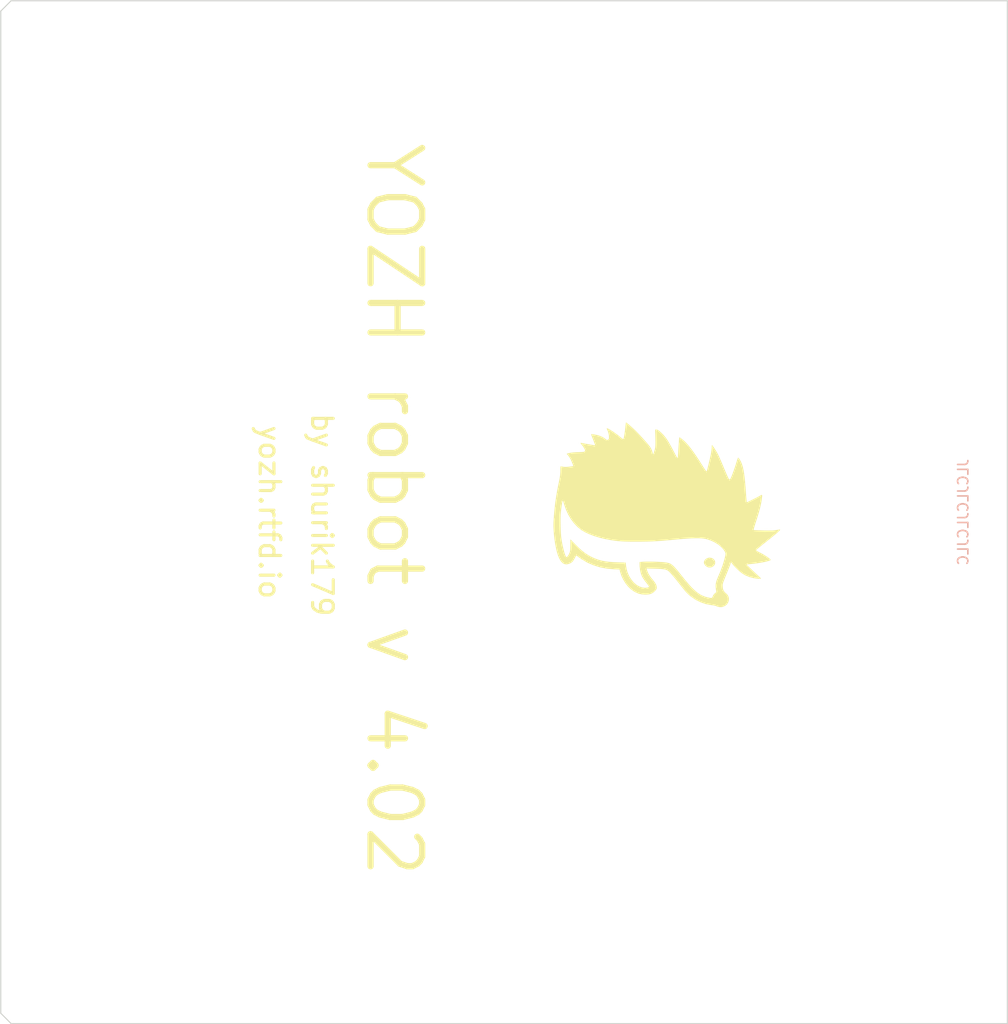
<source format=kicad_pcb>
(kicad_pcb (version 20221018) (generator pcbnew)
  (layers (0 "F.Cu" signal) (31 "B.Cu" signal) (34 "B.Paste" user) (35 "F.Paste" user) (36 "B.SilkS" user "B.Silkscreen") (37 "F.SilkS" user "F.Silkscreen") (38 "B.Mask" user) (39 "F.Mask" user) (44 "Edge.Cuts" user))
  (net 0 "")
  (footprint "MountingHole:MountingHole_3.2mm_M3" (layer "F.Cu") (at 90.524 63.18)
    (fp_text reference "REF**" hide)
    (fp_text value "MountingHole_3.2mm_M3" hide)
    (pad "" np_thru_hole circle locked (at 0 0) (size 3.2 3.2) (drill 3.2) (layers "*.Cu" "*.Mask"))
  )
  (footprint "MountingHole:MountingHole_3.2mm_M3" (layer "F.Cu") (at 112.014 134.37997)
    (fp_text reference "REF**" hide)
    (fp_text value "MountingHole_3.2mm_M3" hide)
    (pad "" np_thru_hole circle (at 0 0) (size 3.2 3.2) (drill 3.2) (layers "F&B.Cu" "*.Mask"))
  )
  (footprint "MountingHole:MountingHole_3.2mm_M3" (layer "F.Cu") (at 90.524 150.18)
    (fp_text reference "REF**" hide)
    (fp_text value "MountingHole_3.2mm_M3" hide)
    (pad "" np_thru_hole circle (at 0 0) (size 3.2 3.2) (drill 3.2) (layers "*.Cu" "*.Mask"))
  )
  (footprint "MountingHole:MountingHole_3.2mm_M3" (layer "F.Cu") (at 158.024 66.68)
    (fp_text reference "REF**" hide)
    (fp_text value "MountingHole_3.2mm_M3" hide)
    (pad "" np_thru_hole circle locked (at 0 0) (size 3.2 3.2) (drill 3.2) (layers "*.Cu" "*.Mask"))
  )
  (footprint "MountingHole:MountingHole_3.2mm_M3" (layer "F.Cu") (at 69.524 63.18)
    (fp_text reference "REF**" hide)
    (fp_text value "MountingHole_3.2mm_M3" hide)
    (pad "" np_thru_hole circle locked (at 0 0) (size 3.2 3.2) (drill 3.2) (layers "*.Cu" "*.Mask"))
  )
  (footprint "MountingHole:MountingHole_3.2mm_M3" (layer "F.Cu") (at 112.014 78.98003)
    (fp_text reference "REF**" hide)
    (fp_text value "MountingHole_3.2mm_M3" hide)
    (pad "" np_thru_hole circle (at 0 0) (size 3.2 3.2) (drill 3.2) (layers "F&B.Cu" "*.Mask"))
  )
  (footprint "MountingHole:MountingHole_3.2mm_M3" (layer "F.Cu") (at 69.524 150.18)
    (fp_text reference "REF**" hide)
    (fp_text value "MountingHole_3.2mm_M3" hide)
    (pad "" np_thru_hole circle locked (at 0 0) (size 3.2 3.2) (drill 3.2) (layers "*.Cu" "*.Mask"))
  )
  (footprint "shurik-personal:hedgehog2" (layer "F.Cu") (at 129.479845 105.991303 -90)
    (fp_text reference "G***" (at 0 0 90) (layer "F.SilkS") (effects (font (size 1.524 1.524) (thickness 0.3))))
    (fp_text value "LOGO" hide)
    (fp_poly (pts (xy 5.771441 -4.694333) (xy 5.863676 -4.628864) (xy 5.986837 -4.475912) (xy 6.045995 -4.300844) (xy 6.043383 -4.118678) (xy 5.98123 -3.944436) (xy 5.861769 -3.793138) (xy 5.725428 -3.698186) (xy 5.603503 -3.652812) (xy 5.487661 -3.65837) (xy 5.360666 -3.70846) (xy 5.239423 -3.805633) (xy 5.145481 -3.951643) (xy 5.093448 -4.120461) (xy 5.087593 -4.195073) (xy 5.116502 -4.392463) (xy 5.195298 -4.553046) (xy 5.312085 -4.670174) (xy 5.454968 -4.737197) (xy 5.612052 -4.747466)) (fill solid) (layer "F.SilkS"))
    (fp_poly (pts (xy 2.411657 -11.028317) (xy 2.493383 -10.954805) (xy 2.616815 -10.823644) (xy 2.780382 -10.636646) (xy 2.982511 -10.395622) (xy 3.221631 -10.102386) (xy 3.49617 -9.758749) (xy 3.594621 -9.634155) (xy 3.777211 -9.403824) (xy 3.945588 -9.193949) (xy 4.093854 -9.011686) (xy 4.216111 -8.864186) (xy 4.306463 -8.758604) (xy 4.359012 -8.702092) (xy 4.369354 -8.694469) (xy 4.39945 -8.726319) (xy 4.45382 -8.812327) (xy 4.523907 -8.938184) (xy 4.579407 -9.045665) (xy 4.735273 -9.338095) (xy 4.899928 -9.614031) (xy 5.061409 -9.854401) (xy 5.191653 -10.021673) (xy 5.261622 -10.099667) (xy 5.301263 -10.125418) (xy 5.328691 -10.105158) (xy 5.346117 -10.074824) (xy 5.401005 -9.940082) (xy 5.45844 -9.741311) (xy 5.516225 -9.490267) (xy 5.572161 -9.198707) (xy 5.62405 -8.878388) (xy 5.669692 -8.541065) (xy 5.70689 -8.198495) (xy 5.716072 -8.096487) (xy 5.730993 -7.95316) (xy 5.747416 -7.844303) (xy 5.762484 -7.787551) (xy 5.766805 -7.783258) (xy 5.798041 -7.810025) (xy 5.873343 -7.885321) (xy 5.98553 -8.001638) (xy 6.127424 -8.15147) (xy 6.291844 -8.32731) (xy 6.435818 -8.482795) (xy 6.613441 -8.674348) (xy 6.77461 -8.846111) (xy 6.912085 -8.990534) (xy 7.018624 -9.100064) (xy 7.086987 -9.16715) (xy 7.109342 -9.185187) (xy 7.129464 -9.152903) (xy 7.137062 -9.060482) (xy 7.132785 -8.922569) (xy 7.117279 -8.75381) (xy 7.091193 -8.568851) (xy 7.079007 -8.499336) (xy 6.968199 -8.059833) (xy 6.805523 -7.667205) (xy 6.642556 -7.389939) (xy 6.529233 -7.239757) (xy 6.373536 -7.059036) (xy 6.192134 -6.864986) (xy 6.001695 -6.674815) (xy 5.818888 -6.505735) (xy 5.660382 -6.374954) (xy 5.6571 -6.372492) (xy 5.524215 -6.2731) (xy 5.677765 -6.23151) (xy 5.75867 -6.204793) (xy 5.896694 -6.153991) (xy 6.078821 -6.084119) (xy 6.292034 -6.000191) (xy 6.523314 -5.907222) (xy 6.588975 -5.880483) (xy 6.879864 -5.761713) (xy 7.109666 -5.668418) (xy 7.28765 -5.59751) (xy 7.423087 -5.5459) (xy 7.525245 -5.510498) (xy 7.603394 -5.488217) (xy 7.666804 -5.475965) (xy 7.724744 -5.470655) (xy 7.786484 -5.469198) (xy 7.823954 -5.468931) (xy 8.08681 -5.491516) (xy 8.29627 -5.565121) (xy 8.456842 -5.691637) (xy 8.507451 -5.756113) (xy 8.661976 -5.922936) (xy 8.844066 -6.027724) (xy 9.041781 -6.073295) (xy 9.24318 -6.062462) (xy 9.436326 -5.998041) (xy 9.609276 -5.882847) (xy 9.750093 -5.719696) (xy 9.846836 -5.511402) (xy 9.86654 -5.435652) (xy 9.882933 -5.240534) (xy 9.857659 -5.040266) (xy 9.795729 -4.868352) (xy 9.776874 -4.836416) (xy 9.750837 -4.765788) (xy 9.722584 -4.639735) (xy 9.696177 -4.478508) (xy 9.681642 -4.361827) (xy 9.588391 -3.85082) (xy 9.423147 -3.353668) (xy 9.189701 -2.879419) (xy 8.891843 -2.437119) (xy 8.856775 -2.392636) (xy 8.731926 -2.241663) (xy 8.608005 -2.104459) (xy 8.473835 -1.970759) (xy 8.31824 -1.830299) (xy 8.130044 -1.672817) (xy 7.898071 -1.488048) (xy 7.726308 -1.354471) (xy 7.459021 -1.144818) (xy 7.198608 -0.934821) (xy 6.955669 -0.733415) (xy 6.740806 -0.549539) (xy 6.564619 -0.392127) (xy 6.437708 -0.270116) (xy 6.427839 -0.259897) (xy 6.353694 -0.16932) (xy 6.294768 -0.06336) (xy 6.249164 0.06773) (xy 6.214984 0.233697) (xy 6.190329 0.444288) (xy 6.173302 0.709249) (xy 6.162005 1.038328) (xy 6.16023 1.114333) (xy 6.142879 1.905946) (xy 6.232202 1.878484) (xy 6.45818 1.79981) (xy 6.661245 1.70625) (xy 6.859958 1.586791) (xy 7.072881 1.43042) (xy 7.289686 1.251011) (xy 7.528085 1.070042) (xy 7.742642 0.957829) (xy 7.937243 0.912441) (xy 7.973208 0.911211) (xy 8.069439 0.919528) (xy 8.152323 0.952888) (xy 8.246694 1.023903) (xy 8.312341 1.083439) (xy 8.467929 1.251727) (xy 8.574303 1.427329) (xy 8.638318 1.62842) (xy 8.66683 1.873174) (xy 8.669872 2.031241) (xy 8.645129 2.379468) (xy 8.570496 2.696121) (xy 8.439871 2.996657) (xy 8.247154 3.296535) (xy 8.095311 3.487142) (xy 7.853593 3.728982) (xy 7.555994 3.958467) (xy 7.222566 4.163437) (xy 6.873362 4.331734) (xy 6.528434 4.451198) (xy 6.488007 4.461744) (xy 6.236851 4.524745) (xy 6.215591 5.062447) (xy 6.15423 5.753647) (xy 6.026613 6.414052) (xy 5.83375 7.040664) (xy 5.576651 7.630485) (xy 5.256326 8.180519) (xy 5.0821 8.427266) (xy 4.867787 8.713215) (xy 5.13408 8.853341) (xy 5.273678 8.93117) (xy 5.396201 9.007182) (xy 5.477767 9.066444) (xy 5.484318 9.072328) (xy 5.593315 9.211685) (xy 5.681006 9.391148) (xy 5.732199 9.575746) (xy 5.739362 9.6594) (xy 5.715468 9.842171) (xy 5.639578 10.002508) (xy 5.505378 10.147693) (xy 5.306558 10.285008) (xy 5.106577 10.389429) (xy 4.843275 10.494659) (xy 4.517663 10.592743) (xy 4.143188 10.681733) (xy 3.733295 10.759679) (xy 3.301432 10.824634) (xy 2.861043 10.874647) (xy 2.425577 10.907771) (xy 2.008478 10.922056) (xy 1.623194 10.915553) (xy 1.518684 10.909456) (xy 0.979898 10.869538) (xy 0.493772 10.827064) (xy 0.042666 10.779569) (xy -0.391065 10.724586) (xy -0.825062 10.65965) (xy -1.276968 10.582296) (xy -1.764426 10.49006) (xy -2.305079 10.380474) (xy -2.382906 10.364258) (xy -2.668572 10.309123) (xy -2.909765 10.274074) (xy -3.134267 10.255844) (xy -3.345692 10.251121) (xy -3.528822 10.250614) (xy -3.648506 10.247313) (xy -3.717229 10.238552) (xy -3.74748 10.221665) (xy -3.751745 10.193984) (xy -3.745692 10.165695) (xy -3.718421 10.025272) (xy -0.435415 10.025272) (xy -0.392727 10.041052) (xy -0.287737 10.063793) (xy -0.133538 10.091415) (xy 0.056778 10.121838) (xy 0.270118 10.152981) (xy 0.493391 10.182765) (xy 0.713503 10.209109) (xy 0.740359 10.21208) (xy 0.926133 10.225646) (xy 1.1713 10.233581) (xy 1.459553 10.236235) (xy 1.774585 10.233957) (xy 2.100092 10.227095) (xy 2.419765 10.216) (xy 2.717301 10.20102) (xy 2.976391 10.182504) (xy 3.18073 10.160803) (xy 3.189237 10.159637) (xy 3.494246 10.112368) (xy 3.798022 10.056282) (xy 4.090407 9.994062) (xy 4.361245 9.92839) (xy 4.60038 9.861949) (xy 4.797655 9.79742) (xy 4.942913 9.737486) (xy 5.025997 9.684829) (xy 5.036739 9.67175) (xy 5.027624 9.62057) (xy 4.960248 9.551804) (xy 4.847298 9.47492) (xy 4.701466 9.399386) (xy 4.631988 9.369751) (xy 4.53789 9.335885) (xy 4.442805 9.312367) (xy 4.329976 9.29733) (xy 4.182644 9.288906) (xy 3.98405 9.285227) (xy 3.868058 9.284606) (xy 3.312948 9.28296) (xy 3.836039 8.770404) (xy 4.146532 8.454942) (xy 4.404334 8.166179) (xy 4.620503 7.889551) (xy 4.806095 7.610497) (xy 4.972167 7.314453) (xy 5.032311 7.194768) (xy 5.173317 6.882885) (xy 5.286903 6.575024) (xy 5.375875 6.257518) (xy 5.443035 5.916705) (xy 5.491189 5.538919) (xy 5.523141 5.110495) (xy 5.538781 4.726906) (xy 5.562182 3.929597) (xy 5.890826 3.886374) (xy 6.215062 3.83028) (xy 6.499725 3.74837) (xy 6.779669 3.629886) (xy 6.872048 3.583475) (xy 7.198688 3.384061) (xy 7.476827 3.152852) (xy 7.701637 2.897116) (xy 7.868291 2.624121) (xy 7.971962 2.341132) (xy 8.007822 2.055419) (xy 7.995724 1.891825) (xy 7.976085 1.776849) (xy 7.951758 1.704467) (xy 7.912961 1.675627) (xy 7.849912 1.691279) (xy 7.752827 1.75237) (xy 7.611923 1.85985) (xy 7.512736 1.938656) (xy 7.34163 2.068924) (xy 7.167022 2.191279) (xy 7.009383 2.291975) (xy 6.889293 2.357221) (xy 6.603102 2.461263) (xy 6.276971 2.536754) (xy 5.943692 2.576965) (xy 5.794994 2.581764) (xy 5.512048 2.581764) (xy 5.484235 2.249552) (xy 5.475326 2.076409) (xy 5.471543 1.846136) (xy 5.472407 1.575675) (xy 5.477442 1.281966) (xy 5.486167 0.981949) (xy 5.498105 0.692568) (xy 5.512779 0.430762) (xy 5.529709 0.213472) (xy 5.54559 0.075934) (xy 5.570708 -0.078291) (xy 5.600903 -0.212771) (xy 5.641909 -0.334377) (xy 5.699461 -0.449984) (xy 5.779292 -0.566463) (xy 5.887137 -0.690687) (xy 6.028729 -0.829528) (xy 6.209804 -0.98986) (xy 6.436094 -1.178555) (xy 6.713335 -1.402485) (xy 6.910015 -1.559396) (xy 7.324681 -1.895988) (xy 7.67949 -2.199661) (xy 7.979549 -2.476813) (xy 8.229963 -2.733843) (xy 8.435841 -2.977148) (xy 8.602287 -3.213126) (xy 8.734409 -3.448175) (xy 8.837313 -3.688692) (xy 8.916105 -3.941076) (xy 8.959402 -4.127034) (xy 8.986931 -4.288543) (xy 8.986386 -4.392872) (xy 8.953354 -4.454993) (xy 8.883419 -4.489881) (xy 8.84993 -4.498314) (xy 8.729781 -4.551308) (xy 8.603633 -4.647161) (xy 8.501366 -4.761811) (xy 8.479693 -4.796484) (xy 8.452029 -4.83336) (xy 8.409415 -4.848171) (xy 8.331859 -4.842641) (xy 8.20692 -4.819979) (xy 7.911814 -4.783308) (xy 7.630749 -4.796804) (xy 7.343293 -4.863393) (xy 7.029012 -4.986001) (xy 7.020491 -4.989875) (xy 6.414389 -5.248781) (xy 5.828993 -5.464133) (xy 5.276333 -5.631751) (xy 4.935725 -5.71412) (xy 4.797615 -5.741039) (xy 4.704648 -5.747875) (xy 4.628357 -5.733195) (xy 4.540275 -5.695564) (xy 4.53707 -5.694025) (xy 4.288983 -5.537741) (xy 4.049431 -5.316311) (xy 3.825815 -5.040516) (xy 3.625533 -4.721136) (xy 3.455985 -4.368951) (xy 3.32457 -3.994742) (xy 3.294761 -3.884087) (xy 3.255219 -3.686525) (xy 3.2281 -3.454639) (xy 3.213482 -3.182692) (xy 3.211442 -2.864944) (xy 3.222057 -2.495658) (xy 3.245405 -2.069096) (xy 3.281562 -1.579519) (xy 3.330607 -1.021188) (xy 3.333795 -0.987145) (xy 3.380002 -0.489815) (xy 3.418886 -0.056518) (xy 3.451081 0.324232) (xy 3.477224 0.663916) (xy 3.49795 0.97402) (xy 3.513896 1.266026) (xy 3.525697 1.55142) (xy 3.53399 1.841683) (xy 3.539411 2.1483) (xy 3.542594 2.482756) (xy 3.544052 2.809567) (xy 3.543939 3.249101) (xy 3.540386 3.625739) (xy 3.532626 3.952474) (xy 3.519895 4.242296) (xy 3.501429 4.508198) (xy 3.476462 4.763171) (xy 3.444229 5.020205) (xy 3.403966 5.292294) (xy 3.394291 5.353363) (xy 3.283586 5.943753) (xy 3.146319 6.503702) (xy 2.98561 7.023994) (xy 2.804581 7.495411) (xy 2.606355 7.908737) (xy 2.428477 8.204831) (xy 2.137306 8.573714) (xy 1.782088 8.916233) (xy 1.371975 9.226232) (xy 0.916117 9.497555) (xy 0.423664 9.724046) (xy -0.086244 9.89675) (xy -0.23777 9.942152) (xy -0.355255 9.982759) (xy -0.424008 10.013163) (xy -0.435415 10.025272) (xy -3.718421 10.025272) (xy -3.706858 9.96573) (xy -3.693354 9.763322) (xy -3.704302 9.53109) (xy -3.720525 9.379936) (xy -3.740983 9.220576) (xy -3.759034 9.093845) (xy -3.77231 9.015614) (xy -3.777479 8.998206) (xy -3.824541 9.01179) (xy -3.921574 9.047255) (xy -4.048712 9.096667) (xy -4.18609 9.152097) (xy -4.313842 9.205611) (xy -4.412101 9.249279) (xy -4.438621 9.262174) (xy -4.546624 9.326056) (xy -4.679094 9.416347) (xy -4.775924 9.489086) (xy -4.97155 9.64372) (xy -5.02657 9.444356) (xy -5.06832 9.241048) (xy -5.100284 8.974626) (xy -5.12133 8.657416) (xy -5.130228 8.314936) (xy -5.135513 8.158445) (xy -5.147219 8.025782) (xy -5.163126 7.939514) (xy -5.168534 7.925773) (xy -5.235241 7.868241) (xy -5.342004 7.871545) (xy -5.489799 7.936054) (xy -5.679599 8.062137) (xy -5.820668 8.17293) (xy -5.917497 8.24891) (xy -5.98871 8.297974) (xy -6.016861 8.309398) (xy -6.018061 8.267646) (xy -6.006208 8.17577) (xy -5.993835 8.105949) (xy -5.945592 7.851802) (xy -5.900405 7.605533) (xy -5.860162 7.378273) (xy -5.826751 7.181156) (xy -5.802059 7.025314) (xy -5.787973 6.92188) (xy -5.78633 6.882031) (xy -5.824457 6.890559) (xy -5.920238 6.923258) (xy -6.06106 6.975521) (xy -6.234309 7.04274) (xy -6.323959 7.078433) (xy -6.50827 7.151043) (xy -6.66627 7.210715) (xy -6.785308 7.252873) (xy -6.852729 7.272938) (xy -6.863001 7.273422) (xy -6.86777 7.226404) (xy -6.857861 7.124138) (xy -6.836617 6.985139) (xy -6.807376 6.827926) (xy -6.773481 6.671015) (xy -6.738273 6.532924) (xy -6.716969 6.46406) (xy -6.62906 6.246967) (xy -6.526339 6.054758) (xy -6.420612 5.90842) (xy -6.382411 5.869481) (xy -6.316986 5.772403) (xy -6.308665 5.667562) (xy -6.359446 5.581211) (xy -6.36041 5.580404) (xy -6.44537 5.549398) (xy -6.581872 5.54207) (xy -6.750154 5.555988) (xy -6.930452 5.588722) (xy -7.103005 5.637841) (xy -7.219832 5.686126) (xy -7.331972 5.737179) (xy -7.411706 5.764836) (xy -7.441555 5.763266) (xy -7.418718 5.679651) (xy -7.35478 5.547786) (xy -7.256602 5.378291) (xy -7.131042 5.181786) (xy -6.984961 4.968893) (xy -6.825218 4.750232) (xy -6.658674 4.536424) (xy -6.612784 4.48012) (xy -6.496402 4.335953) (xy -6.424944 4.238611) (xy -6.392742 4.17829) (xy -6.39413 4.145189) (xy -6.412124 4.132937) (xy -6.499291 4.109717) (xy -6.645155 4.080983) (xy -6.832914 4.049324) (xy -7.045762 4.017325) (xy -7.266899 3.987577) (xy -7.479518 3.962667) (xy -7.587685 3.951879) (xy -7.752055 3.935379) (xy -7.886105 3.919299) (xy -7.973198 3.905793) (xy -7.997539 3.898824) (xy -7.983157 3.862556) (xy -7.924625 3.78127) (xy -7.83045 3.664661) (xy -7.709135 3.522424) (xy -7.569187 3.364255) (xy -7.419111 3.199848) (xy -7.267411 3.038899) (xy -7.122594 2.891102) (xy -7.05682 2.826514) (xy -6.803144 2.584445) (xy -6.550314 2.348972) (xy -6.307019 2.127776) (xy -6.081949 1.928538) (xy -5.883794 1.758938) (xy -5.721243 1.626657) (xy -5.602988 1.539376) (xy -5.59348 1.533125) (xy -5.447576 1.4538) (xy -5.271037 1.378563) (xy -5.137874 1.334349) (xy -4.878775 1.262639) (xy -5.220479 1.153836) (xy -5.375859 1.107055) (xy -5.508556 1.075813) (xy -5.64199 1.057045) (xy -5.799582 1.047688) (xy -6.004754 1.044677) (xy -6.055755 1.044565) (xy -6.288793 1.046016) (xy -6.538891 1.050309) (xy -6.773009 1.056742) (xy -6.928999 1.063079) (xy -7.101462 1.070926) (xy -7.212374 1.072114) (xy -7.275994 1.064318) (xy -7.306579 1.045211) (xy -7.31839 1.012467) (xy -7.320466 0.999207) (xy -7.312654 0.902175) (xy -7.260038 0.786988) (xy -7.157528 0.645768) (xy -7.000037 0.470637) (xy -6.937794 0.406751) (xy -6.803113 0.275846) (xy -6.665455 0.15472) (xy -6.516152 0.037799) (xy -6.346536 -0.080491) (xy -6.14794 -0.205725) (xy -5.911695 -0.343475) (xy -5.629133 -0.499317) (xy -5.291587 -0.678824) (xy -5.06861 -0.795245) (xy -4.89635 -0.886318) (xy -4.746106 -0.968679) (xy -4.632103 -1.034322) (xy -4.568561 -1.075239) (xy -4.562944 -1.079955) (xy -4.559252 -1.096588) (xy -4.59057 -1.1112) (xy -4.664347 -1.124687) (xy -4.788032 -1.137943) (xy -4.969073 -1.151863) (xy -5.21492 -1.167341) (xy -5.360253 -1.175707) (xy -5.618368 -1.190882) (xy -5.861768 -1.206354) (xy -6.07644 -1.221142) (xy -6.248368 -1.234264) (xy -6.36354 -1.244741) (xy -6.388467 -1.247683) (xy -6.56931 -1.271898) (xy -6.434535 -1.471792) (xy -6.286071 -1.664614) (xy -6.08952 -1.872601) (xy -5.841923 -2.09804) (xy -5.540318 -2.343217) (xy -5.181746 -2.610421) (xy -4.763246 -2.901938) (xy -4.281856 -3.220056) (xy -3.734618 -3.56706) (xy -3.671611 -3.606263) (xy -3.512399 -3.708443) (xy -3.382527 -3.798141) (xy -3.292734 -3.867435) (xy -3.253755 -3.908399) (xy -3.253973 -3.914452) (xy -3.301426 -3.933857) (xy -3.414275 -3.967111) (xy -3.583693 -4.01203) (xy -3.800854 -4.066435) (xy -4.056929 -4.128143) (xy -4.343093 -4.194972) (xy -4.650518 -4.264742) (xy -4.853337 -4.309708) (xy -5.05725 -4.349183) (xy -5.265364 -4.380563) (xy -5.448791 -4.399911) (xy -5.546236 -4.404185) (xy -5.676393 -4.408199) (xy -5.770367 -4.418753) (xy -5.808846 -4.433616) (xy -5.808969 -4.434546) (xy -5.778265 -4.468864) (xy -5.694541 -4.533146) (xy -5.570377 -4.619112) (xy -5.418356 -4.718484) (xy -5.251059 -4.822983) (xy -5.081066 -4.92433) (xy -4.962233 -4.991713) (xy -4.861201 -5.0425) (xy -4.70113 -5.116751) (xy -4.493385 -5.209479) (xy -4.249331 -5.315699) (xy -3.980333 -5.430424) (xy -3.697753 -5.548668) (xy -3.6144 -5.583105) (xy -3.34325 -5.696231) (xy -3.094279 -5.802854) (xy -2.876364 -5.898956) (xy -2.69838 -5.980519) (xy -2.569205 -6.043525) (xy -2.497714 -6.083956) (xy -2.486846 -6.093517) (xy -2.473533 -6.156422) (xy -2.51753 -6.206156) (xy -2.591041 -6.246271) (xy -2.723889 -6.304681) (xy -2.903071 -6.376592) (xy -3.115584 -6.457211) (xy -3.348425 -6.541744) (xy -3.588591 -6.6254) (xy -3.823079 -6.703384) (xy -4.038887 -6.770904) (xy -4.093491 -6.787076) (xy -4.274055 -6.842188) (xy -4.426367 -6.893255) (xy -4.53648 -6.935258) (xy -4.590447 -6.963178) (xy -4.593412 -6.966965) (xy -4.570665 -7.004625) (xy -4.497857 -7.065323) (xy -4.402007 -7.128847) (xy -4.231847 -7.222692) (xy -4.047446 -7.3052) (xy -3.841712 -7.377732) (xy -3.607549 -7.44165) (xy -3.337865 -7.498316) (xy -3.025566 -7.549091) (xy -2.663558 -7.595336) (xy -2.244747 -7.638414) (xy -1.76204 -7.679685) (xy -1.384177 -7.708097) (xy -1.103793 -7.728726) (xy -0.84883 -7.748393) (xy -0.62889 -7.766285) (xy -0.453573 -7.781589) (xy -0.332481 -7.793491) (xy -0.275214 -7.801178) (xy -0.272024 -7.802316) (xy -0.283765 -7.838654) (xy -0.324277 -7.92993) (xy -0.387341 -8.063691) (xy -0.466734 -8.227484) (xy -0.556238 -8.408855) (xy -0.64963 -8.595351) (xy -0.740692 -8.77452) (xy -0.823203 -8.933907) (xy -0.890941 -9.06106) (xy -0.937687 -9.143525) (xy -0.953771 -9.16716) (xy -0.985323 -9.236408) (xy -0.987145 -9.255318) (xy -0.970715 -9.28392) (xy -0.91165 -9.293519) (xy -0.795284 -9.285983) (xy -0.768834 -9.283142) (xy -0.474557 -9.245076) (xy -0.18124 -9.195291) (xy 0.123341 -9.130765) (xy 0.451407 -9.048474) (xy 0.81518 -8.945394) (xy 1.226884 -8.818501) (xy 1.604148 -8.696101) (xy 1.834975 -8.621758) (xy 2.041071 -8.558886) (xy 2.211788 -8.510446) (xy 2.336476 -8.4794) (xy 2.404487 -8.468708) (xy 2.413619 -8.471048) (xy 2.420552 -8.517418) (xy 2.428361 -8.628731) (xy 2.436547 -8.79401) (xy 2.444609 -9.002275) (xy 2.452048 -9.242548) (xy 2.456228 -9.407047) (xy 2.462434 -9.719998) (xy 2.46451 -9.970546) (xy 2.462012 -10.172134) (xy 2.454495 -10.338203) (xy 2.441514 -10.482194) (xy 2.422627 -10.617551) (xy 2.414663 -10.664666) (xy 2.389771 -10.820448) (xy 2.374214 -10.946463) (xy 2.369905 -11.025267) (xy 2.373208 -11.042366)) (fill solid) (layer "F.SilkS"))
  )
  (footprint "MountingHole:MountingHole_3.2mm_M3" (layer "F.Cu") (at 158.024 146.68)
    (fp_text reference "REF**" hide)
    (fp_text value "MountingHole_3.2mm_M3" hide)
    (pad "" np_thru_hole circle locked (at 0 0) (size 3.2 3.2) (drill 3.2) (layers "*.Cu" "*.Mask"))
  )
  (gr_line (start 66.024 57.18) (end 162.524 57.18) (stroke (width 0.1)) (layer "Edge.Cuts"))
  (gr_line (start 65.024 155.18) (end 65.024 58.18) (stroke (width 0.1)) (layer "Edge.Cuts"))
  (gr_line (start 65.024 58.18) (end 66.024 57.18) (stroke (width 0.1)) (layer "Edge.Cuts"))
  (gr_line (start 66.024 156.18) (end 65.024 155.18) (stroke (width 0.1)) (layer "Edge.Cuts"))
  (gr_line (start 162.524 156.18) (end 66.024 156.18) (stroke (width 0.1)) (layer "Edge.Cuts"))
  (gr_line (start 162.524 57.18) (end 162.524 156.18) (stroke (width 0.1)) (layer "Edge.Cuts"))
  (gr_text "JLCJLCJLCJLC" (at 158.242 106.68 90) (layer "B.SilkS") (effects (font (size 1 1)) (justify mirror)))
  (gr_text "YOZH robot v 4.02" (at 103.124 106.426 270) (layer "F.SilkS") (effects (font (size 5 5) (thickness 0.6))))
  (gr_text "by shurik179" (at 96.139 106.934 270) (layer "F.SilkS") (effects (font (size 2 2) (thickness 0.3))))
  (gr_text "yozh.rtfd.io" (at 91.059 106.68 270) (layer "F.SilkS") (effects (font (size 2 2) (thickness 0.3))))
)
</source>
